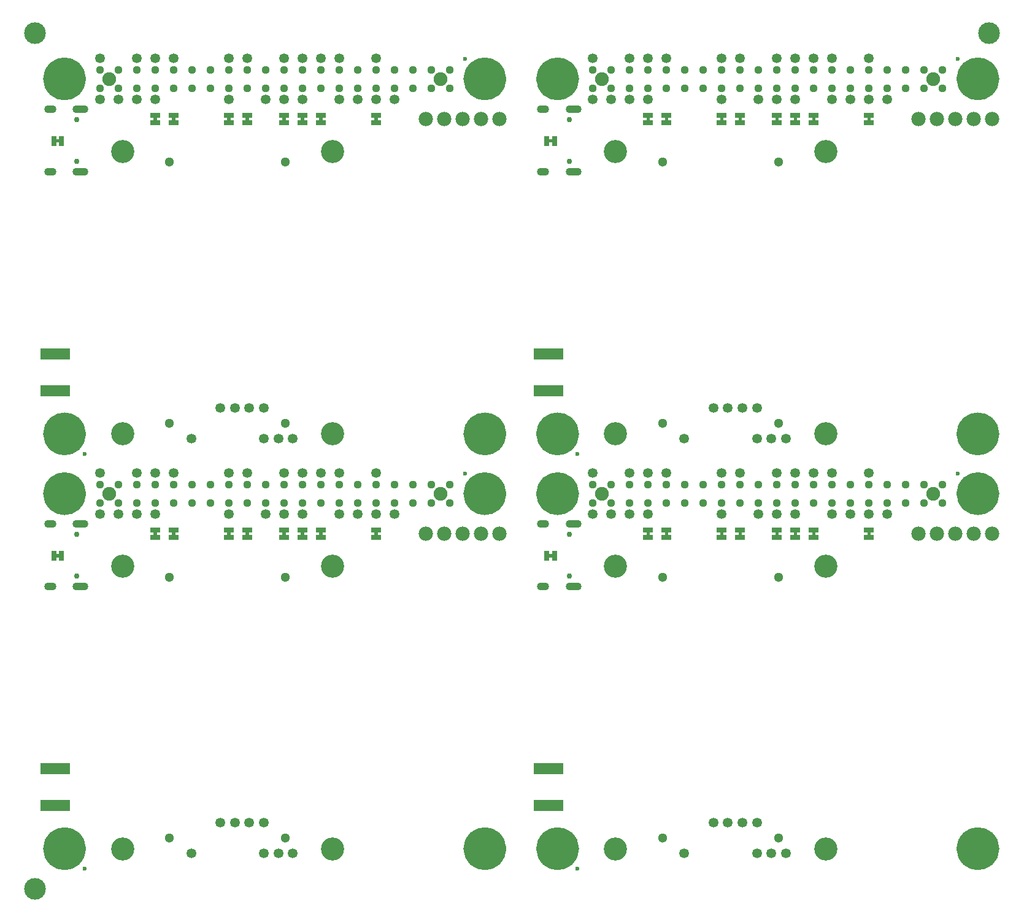
<source format=gbs>
%TF.GenerationSoftware,KiCad,Pcbnew,8.0.7*%
%TF.CreationDate,2025-03-20T16:22:28+00:00*%
%TF.ProjectId,SparkFun_GNSS_Flex_pHAT_panelized,53706172-6b46-4756-9e5f-474e53535f46,v10*%
%TF.SameCoordinates,Original*%
%TF.FileFunction,Soldermask,Bot*%
%TF.FilePolarity,Negative*%
%FSLAX46Y46*%
G04 Gerber Fmt 4.6, Leading zero omitted, Abs format (unit mm)*
G04 Created by KiCad (PCBNEW 8.0.7) date 2025-03-20 16:22:28*
%MOMM*%
%LPD*%
G01*
G04 APERTURE LIST*
G04 Aperture macros list*
%AMRoundRect*
0 Rectangle with rounded corners*
0 $1 Rounding radius*
0 $2 $3 $4 $5 $6 $7 $8 $9 X,Y pos of 4 corners*
0 Add a 4 corners polygon primitive as box body*
4,1,4,$2,$3,$4,$5,$6,$7,$8,$9,$2,$3,0*
0 Add four circle primitives for the rounded corners*
1,1,$1+$1,$2,$3*
1,1,$1+$1,$4,$5*
1,1,$1+$1,$6,$7*
1,1,$1+$1,$8,$9*
0 Add four rect primitives between the rounded corners*
20,1,$1+$1,$2,$3,$4,$5,0*
20,1,$1+$1,$4,$5,$6,$7,0*
20,1,$1+$1,$6,$7,$8,$9,0*
20,1,$1+$1,$8,$9,$2,$3,0*%
G04 Aperture macros list end*
%ADD10C,2.950000*%
%ADD11C,0.000000*%
%ADD12C,1.300000*%
%ADD13C,2.850000*%
%ADD14C,3.200000*%
%ADD15RoundRect,0.050000X2.000000X-0.750000X2.000000X0.750000X-2.000000X0.750000X-2.000000X-0.750000X0*%
%ADD16C,1.979600*%
%ADD17C,1.120000*%
%ADD18C,1.900000*%
%ADD19C,0.750000*%
%ADD20O,1.700000X1.100000*%
%ADD21O,2.200000X1.100000*%
%ADD22RoundRect,0.675000X0.000010X0.000010X-0.000010X0.000010X-0.000010X-0.000010X0.000010X-0.000010X0*%
%ADD23C,0.600000*%
%ADD24RoundRect,0.050000X0.635000X-0.330200X0.635000X0.330200X-0.635000X0.330200X-0.635000X-0.330200X0*%
%ADD25C,3.000000*%
%ADD26RoundRect,0.050000X-0.635000X0.330200X-0.635000X-0.330200X0.635000X-0.330200X0.635000X0.330200X0*%
%ADD27RoundRect,0.050000X0.330200X0.635000X-0.330200X0.635000X-0.330200X-0.635000X0.330200X-0.635000X0*%
G04 APERTURE END LIST*
%TO.C,ST6*%
D10*
X4975000Y3500000D02*
G75*
G02*
X2025000Y3500000I-1475000J0D01*
G01*
X2025000Y3500000D02*
G75*
G02*
X4975000Y3500000I1475000J0D01*
G01*
X73015000Y60750000D02*
G75*
G02*
X70065000Y60750000I-1475000J0D01*
G01*
X70065000Y60750000D02*
G75*
G02*
X73015000Y60750000I1475000J0D01*
G01*
X4975000Y60750000D02*
G75*
G02*
X2025000Y60750000I-1475000J0D01*
G01*
X2025000Y60750000D02*
G75*
G02*
X4975000Y60750000I1475000J0D01*
G01*
X73015000Y3500000D02*
G75*
G02*
X70065000Y3500000I-1475000J0D01*
G01*
X70065000Y3500000D02*
G75*
G02*
X73015000Y3500000I1475000J0D01*
G01*
%TO.C,ST5*%
X4975000Y52500000D02*
G75*
G02*
X2025000Y52500000I-1475000J0D01*
G01*
X2025000Y52500000D02*
G75*
G02*
X4975000Y52500000I1475000J0D01*
G01*
X4975000Y109750000D02*
G75*
G02*
X2025000Y109750000I-1475000J0D01*
G01*
X2025000Y109750000D02*
G75*
G02*
X4975000Y109750000I1475000J0D01*
G01*
X73015000Y52500000D02*
G75*
G02*
X70065000Y52500000I-1475000J0D01*
G01*
X70065000Y52500000D02*
G75*
G02*
X73015000Y52500000I1475000J0D01*
G01*
X73015000Y109750000D02*
G75*
G02*
X70065000Y109750000I-1475000J0D01*
G01*
X70065000Y109750000D02*
G75*
G02*
X73015000Y109750000I1475000J0D01*
G01*
%TO.C,ST7*%
X62975000Y3500000D02*
G75*
G02*
X60025000Y3500000I-1475000J0D01*
G01*
X60025000Y3500000D02*
G75*
G02*
X62975000Y3500000I1475000J0D01*
G01*
X62975000Y60750000D02*
G75*
G02*
X60025000Y60750000I-1475000J0D01*
G01*
X60025000Y60750000D02*
G75*
G02*
X62975000Y60750000I1475000J0D01*
G01*
X131015000Y3500000D02*
G75*
G02*
X128065000Y3500000I-1475000J0D01*
G01*
X128065000Y3500000D02*
G75*
G02*
X131015000Y3500000I1475000J0D01*
G01*
X131015000Y60750000D02*
G75*
G02*
X128065000Y60750000I-1475000J0D01*
G01*
X128065000Y60750000D02*
G75*
G02*
X131015000Y60750000I1475000J0D01*
G01*
%TO.C,ST8*%
X62975000Y52500000D02*
G75*
G02*
X60025000Y52500000I-1475000J0D01*
G01*
X60025000Y52500000D02*
G75*
G02*
X62975000Y52500000I1475000J0D01*
G01*
X131015000Y109750000D02*
G75*
G02*
X128065000Y109750000I-1475000J0D01*
G01*
X128065000Y109750000D02*
G75*
G02*
X131015000Y109750000I1475000J0D01*
G01*
X62975000Y109750000D02*
G75*
G02*
X60025000Y109750000I-1475000J0D01*
G01*
X60025000Y109750000D02*
G75*
G02*
X62975000Y109750000I1475000J0D01*
G01*
X131015000Y52500000D02*
G75*
G02*
X128065000Y52500000I-1475000J0D01*
G01*
X128065000Y52500000D02*
G75*
G02*
X131015000Y52500000I1475000J0D01*
G01*
D11*
%TO.C,JP23*%
G36*
X26402500Y46736000D02*
G01*
X25921500Y46736000D01*
X25921500Y47244000D01*
X26402500Y47244000D01*
X26402500Y46736000D01*
G37*
G36*
X94442500Y46736000D02*
G01*
X93961500Y46736000D01*
X93961500Y47244000D01*
X94442500Y47244000D01*
X94442500Y46736000D01*
G37*
G36*
X26402500Y103986000D02*
G01*
X25921500Y103986000D01*
X25921500Y104494000D01*
X26402500Y104494000D01*
X26402500Y103986000D01*
G37*
G36*
X94442500Y103986000D02*
G01*
X93961500Y103986000D01*
X93961500Y104494000D01*
X94442500Y104494000D01*
X94442500Y103986000D01*
G37*
%TO.C,JP7*%
G36*
X39102500Y46736000D02*
G01*
X38621500Y46736000D01*
X38621500Y47244000D01*
X39102500Y47244000D01*
X39102500Y46736000D01*
G37*
G36*
X107142500Y46736000D02*
G01*
X106661500Y46736000D01*
X106661500Y47244000D01*
X107142500Y47244000D01*
X107142500Y46736000D01*
G37*
G36*
X39102500Y103986000D02*
G01*
X38621500Y103986000D01*
X38621500Y104494000D01*
X39102500Y104494000D01*
X39102500Y103986000D01*
G37*
G36*
X107142500Y103986000D02*
G01*
X106661500Y103986000D01*
X106661500Y104494000D01*
X107142500Y104494000D01*
X107142500Y103986000D01*
G37*
%TO.C,JP12*%
G36*
X46722500Y46736000D02*
G01*
X46241500Y46736000D01*
X46241500Y47244000D01*
X46722500Y47244000D01*
X46722500Y46736000D01*
G37*
G36*
X46722500Y103986000D02*
G01*
X46241500Y103986000D01*
X46241500Y104494000D01*
X46722500Y104494000D01*
X46722500Y103986000D01*
G37*
G36*
X114762500Y46736000D02*
G01*
X114281500Y46736000D01*
X114281500Y47244000D01*
X114762500Y47244000D01*
X114762500Y46736000D01*
G37*
G36*
X114762500Y103986000D02*
G01*
X114281500Y103986000D01*
X114281500Y104494000D01*
X114762500Y104494000D01*
X114762500Y103986000D01*
G37*
%TO.C,JP15*%
G36*
X86822500Y103986000D02*
G01*
X86341500Y103986000D01*
X86341500Y104494000D01*
X86822500Y104494000D01*
X86822500Y103986000D01*
G37*
G36*
X18782500Y103986000D02*
G01*
X18301500Y103986000D01*
X18301500Y104494000D01*
X18782500Y104494000D01*
X18782500Y103986000D01*
G37*
G36*
X86822500Y46736000D02*
G01*
X86341500Y46736000D01*
X86341500Y47244000D01*
X86822500Y47244000D01*
X86822500Y46736000D01*
G37*
G36*
X18782500Y46736000D02*
G01*
X18301500Y46736000D01*
X18301500Y47244000D01*
X18782500Y47244000D01*
X18782500Y46736000D01*
G37*
%TO.C,JP3*%
G36*
X2794000Y100951500D02*
G01*
X2286000Y100951500D01*
X2286000Y101432500D01*
X2794000Y101432500D01*
X2794000Y100951500D01*
G37*
G36*
X70834000Y100951500D02*
G01*
X70326000Y100951500D01*
X70326000Y101432500D01*
X70834000Y101432500D01*
X70834000Y100951500D01*
G37*
G36*
X70834000Y43701500D02*
G01*
X70326000Y43701500D01*
X70326000Y44182500D01*
X70834000Y44182500D01*
X70834000Y43701500D01*
G37*
G36*
X2794000Y43701500D02*
G01*
X2286000Y43701500D01*
X2286000Y44182500D01*
X2794000Y44182500D01*
X2794000Y43701500D01*
G37*
%TO.C,JP8*%
G36*
X36562500Y103986000D02*
G01*
X36081500Y103986000D01*
X36081500Y104494000D01*
X36562500Y104494000D01*
X36562500Y103986000D01*
G37*
G36*
X104602500Y46736000D02*
G01*
X104121500Y46736000D01*
X104121500Y47244000D01*
X104602500Y47244000D01*
X104602500Y46736000D01*
G37*
G36*
X104602500Y103986000D02*
G01*
X104121500Y103986000D01*
X104121500Y104494000D01*
X104602500Y104494000D01*
X104602500Y103986000D01*
G37*
G36*
X36562500Y46736000D02*
G01*
X36081500Y46736000D01*
X36081500Y47244000D01*
X36562500Y47244000D01*
X36562500Y46736000D01*
G37*
%TO.C,JP24*%
G36*
X28942500Y103986000D02*
G01*
X28461500Y103986000D01*
X28461500Y104494000D01*
X28942500Y104494000D01*
X28942500Y103986000D01*
G37*
G36*
X96982500Y46736000D02*
G01*
X96501500Y46736000D01*
X96501500Y47244000D01*
X96982500Y47244000D01*
X96982500Y46736000D01*
G37*
G36*
X96982500Y103986000D02*
G01*
X96501500Y103986000D01*
X96501500Y104494000D01*
X96982500Y104494000D01*
X96982500Y103986000D01*
G37*
G36*
X28942500Y46736000D02*
G01*
X28461500Y46736000D01*
X28461500Y47244000D01*
X28942500Y47244000D01*
X28942500Y46736000D01*
G37*
%TO.C,JP14*%
G36*
X84282500Y46736000D02*
G01*
X83801500Y46736000D01*
X83801500Y47244000D01*
X84282500Y47244000D01*
X84282500Y46736000D01*
G37*
G36*
X16242500Y103986000D02*
G01*
X15761500Y103986000D01*
X15761500Y104494000D01*
X16242500Y104494000D01*
X16242500Y103986000D01*
G37*
G36*
X84282500Y103986000D02*
G01*
X83801500Y103986000D01*
X83801500Y104494000D01*
X84282500Y104494000D01*
X84282500Y103986000D01*
G37*
G36*
X16242500Y46736000D02*
G01*
X15761500Y46736000D01*
X15761500Y47244000D01*
X16242500Y47244000D01*
X16242500Y46736000D01*
G37*
%TO.C,JP25*%
G36*
X102062500Y46736000D02*
G01*
X101581500Y46736000D01*
X101581500Y47244000D01*
X102062500Y47244000D01*
X102062500Y46736000D01*
G37*
G36*
X34022500Y103986000D02*
G01*
X33541500Y103986000D01*
X33541500Y104494000D01*
X34022500Y104494000D01*
X34022500Y103986000D01*
G37*
G36*
X102062500Y103986000D02*
G01*
X101581500Y103986000D01*
X101581500Y104494000D01*
X102062500Y104494000D01*
X102062500Y103986000D01*
G37*
G36*
X34022500Y46736000D02*
G01*
X33541500Y46736000D01*
X33541500Y47244000D01*
X34022500Y47244000D01*
X34022500Y46736000D01*
G37*
%TD*%
D12*
%TO.C,J4*%
X86040000Y41000000D03*
X102040000Y41000000D03*
%TD*%
%TO.C,J4*%
X18000000Y98250000D03*
X34000000Y98250000D03*
%TD*%
%TO.C,J4*%
X86040000Y98250000D03*
X102040000Y98250000D03*
%TD*%
%TO.C,J4*%
X18000000Y41000000D03*
X34000000Y41000000D03*
%TD*%
%TO.C,J2*%
X18000000Y5000000D03*
X34000000Y5000000D03*
%TD*%
%TO.C,J2*%
X86040000Y62250000D03*
X102040000Y62250000D03*
%TD*%
%TO.C,J2*%
X18000000Y62250000D03*
X34000000Y62250000D03*
%TD*%
%TO.C,J2*%
X86040000Y5000000D03*
X102040000Y5000000D03*
%TD*%
D13*
%TO.C,ST6*%
X3500000Y3500000D03*
%TD*%
%TO.C,ST6*%
X71540000Y60750000D03*
%TD*%
%TO.C,ST6*%
X3500000Y60750000D03*
%TD*%
%TO.C,ST6*%
X71540000Y3500000D03*
%TD*%
D14*
%TO.C,ST2*%
X40500000Y42500000D03*
%TD*%
%TO.C,ST2*%
X40500000Y99750000D03*
%TD*%
%TO.C,ST2*%
X108540000Y42500000D03*
%TD*%
%TO.C,ST2*%
X108540000Y99750000D03*
%TD*%
D15*
%TO.C,J7*%
X2254000Y9460000D03*
X2254000Y14540000D03*
%TD*%
%TO.C,J7*%
X2254000Y66710000D03*
X2254000Y71790000D03*
%TD*%
%TO.C,J7*%
X70294000Y9460000D03*
X70294000Y14540000D03*
%TD*%
%TO.C,J7*%
X70294000Y66710000D03*
X70294000Y71790000D03*
%TD*%
D16*
%TO.C,J9*%
X63500000Y46990000D03*
X60960000Y46990000D03*
X58420000Y46990000D03*
X55880000Y46990000D03*
X53340000Y46990000D03*
%TD*%
%TO.C,J9*%
X63500000Y104240000D03*
X60960000Y104240000D03*
X58420000Y104240000D03*
X55880000Y104240000D03*
X53340000Y104240000D03*
%TD*%
%TO.C,J9*%
X131540000Y104240000D03*
X129000000Y104240000D03*
X126460000Y104240000D03*
X123920000Y104240000D03*
X121380000Y104240000D03*
%TD*%
%TO.C,J9*%
X131540000Y46990000D03*
X129000000Y46990000D03*
X126460000Y46990000D03*
X123920000Y46990000D03*
X121380000Y46990000D03*
%TD*%
D13*
%TO.C,ST5*%
X3500000Y52500000D03*
%TD*%
%TO.C,ST5*%
X3500000Y109750000D03*
%TD*%
%TO.C,ST5*%
X71540000Y52500000D03*
%TD*%
%TO.C,ST5*%
X71540000Y109750000D03*
%TD*%
D17*
%TO.C,J1*%
X8370000Y51230000D03*
X10910000Y51230000D03*
X13450000Y51230000D03*
X15990000Y51230000D03*
X18530000Y51230000D03*
X21070000Y51230000D03*
X23610000Y51230000D03*
X26150000Y51230000D03*
X28690000Y51230000D03*
X31230000Y51230000D03*
X33770000Y51230000D03*
X36310000Y51230000D03*
X38850000Y51230000D03*
X41390000Y51230000D03*
X43930000Y51230000D03*
X46470000Y51230000D03*
X49010000Y51230000D03*
X51550000Y51230000D03*
X54090000Y51230000D03*
X56630000Y51230000D03*
D18*
X9640000Y52500000D03*
X55360000Y52500000D03*
D17*
X8370000Y53770000D03*
X10910000Y53770000D03*
X13450000Y53770000D03*
X15990000Y53770000D03*
X18530000Y53770000D03*
X21070000Y53770000D03*
X23610000Y53770000D03*
X26150000Y53770000D03*
X28690000Y53770000D03*
X31230000Y53770000D03*
X33770000Y53770000D03*
X36310000Y53770000D03*
X38850000Y53770000D03*
X41390000Y53770000D03*
X43930000Y53770000D03*
X46470000Y53770000D03*
X49010000Y53770000D03*
X51550000Y53770000D03*
X54090000Y53770000D03*
X56630000Y53770000D03*
%TD*%
%TO.C,J1*%
X76410000Y51230000D03*
X78950000Y51230000D03*
X81490000Y51230000D03*
X84030000Y51230000D03*
X86570000Y51230000D03*
X89110000Y51230000D03*
X91650000Y51230000D03*
X94190000Y51230000D03*
X96730000Y51230000D03*
X99270000Y51230000D03*
X101810000Y51230000D03*
X104350000Y51230000D03*
X106890000Y51230000D03*
X109430000Y51230000D03*
X111970000Y51230000D03*
X114510000Y51230000D03*
X117050000Y51230000D03*
X119590000Y51230000D03*
X122130000Y51230000D03*
X124670000Y51230000D03*
D18*
X77680000Y52500000D03*
X123400000Y52500000D03*
D17*
X76410000Y53770000D03*
X78950000Y53770000D03*
X81490000Y53770000D03*
X84030000Y53770000D03*
X86570000Y53770000D03*
X89110000Y53770000D03*
X91650000Y53770000D03*
X94190000Y53770000D03*
X96730000Y53770000D03*
X99270000Y53770000D03*
X101810000Y53770000D03*
X104350000Y53770000D03*
X106890000Y53770000D03*
X109430000Y53770000D03*
X111970000Y53770000D03*
X114510000Y53770000D03*
X117050000Y53770000D03*
X119590000Y53770000D03*
X122130000Y53770000D03*
X124670000Y53770000D03*
%TD*%
%TO.C,J1*%
X8370000Y108480000D03*
X10910000Y108480000D03*
X13450000Y108480000D03*
X15990000Y108480000D03*
X18530000Y108480000D03*
X21070000Y108480000D03*
X23610000Y108480000D03*
X26150000Y108480000D03*
X28690000Y108480000D03*
X31230000Y108480000D03*
X33770000Y108480000D03*
X36310000Y108480000D03*
X38850000Y108480000D03*
X41390000Y108480000D03*
X43930000Y108480000D03*
X46470000Y108480000D03*
X49010000Y108480000D03*
X51550000Y108480000D03*
X54090000Y108480000D03*
X56630000Y108480000D03*
D18*
X9640000Y109750000D03*
X55360000Y109750000D03*
D17*
X8370000Y111020000D03*
X10910000Y111020000D03*
X13450000Y111020000D03*
X15990000Y111020000D03*
X18530000Y111020000D03*
X21070000Y111020000D03*
X23610000Y111020000D03*
X26150000Y111020000D03*
X28690000Y111020000D03*
X31230000Y111020000D03*
X33770000Y111020000D03*
X36310000Y111020000D03*
X38850000Y111020000D03*
X41390000Y111020000D03*
X43930000Y111020000D03*
X46470000Y111020000D03*
X49010000Y111020000D03*
X51550000Y111020000D03*
X54090000Y111020000D03*
X56630000Y111020000D03*
%TD*%
%TO.C,J1*%
X76410000Y108480000D03*
X78950000Y108480000D03*
X81490000Y108480000D03*
X84030000Y108480000D03*
X86570000Y108480000D03*
X89110000Y108480000D03*
X91650000Y108480000D03*
X94190000Y108480000D03*
X96730000Y108480000D03*
X99270000Y108480000D03*
X101810000Y108480000D03*
X104350000Y108480000D03*
X106890000Y108480000D03*
X109430000Y108480000D03*
X111970000Y108480000D03*
X114510000Y108480000D03*
X117050000Y108480000D03*
X119590000Y108480000D03*
X122130000Y108480000D03*
X124670000Y108480000D03*
D18*
X77680000Y109750000D03*
X123400000Y109750000D03*
D17*
X76410000Y111020000D03*
X78950000Y111020000D03*
X81490000Y111020000D03*
X84030000Y111020000D03*
X86570000Y111020000D03*
X89110000Y111020000D03*
X91650000Y111020000D03*
X94190000Y111020000D03*
X96730000Y111020000D03*
X99270000Y111020000D03*
X101810000Y111020000D03*
X104350000Y111020000D03*
X106890000Y111020000D03*
X109430000Y111020000D03*
X111970000Y111020000D03*
X114510000Y111020000D03*
X117050000Y111020000D03*
X119590000Y111020000D03*
X122130000Y111020000D03*
X124670000Y111020000D03*
%TD*%
D13*
%TO.C,ST7*%
X61500000Y3500000D03*
%TD*%
%TO.C,ST7*%
X61500000Y60750000D03*
%TD*%
%TO.C,ST7*%
X129540000Y3500000D03*
%TD*%
%TO.C,ST7*%
X129540000Y60750000D03*
%TD*%
D14*
%TO.C,ST4*%
X11500000Y3500000D03*
%TD*%
%TO.C,ST4*%
X79540000Y3500000D03*
%TD*%
%TO.C,ST4*%
X11500000Y60750000D03*
%TD*%
%TO.C,ST4*%
X79540000Y60750000D03*
%TD*%
%TO.C,ST3*%
X40500000Y3500000D03*
%TD*%
%TO.C,ST3*%
X108540000Y3500000D03*
%TD*%
%TO.C,ST3*%
X40500000Y60750000D03*
%TD*%
%TO.C,ST3*%
X108540000Y60750000D03*
%TD*%
D19*
%TO.C,J6*%
X5155000Y46890000D03*
X5155000Y41110000D03*
D20*
X1505000Y48318000D03*
D21*
X5685000Y48318000D03*
X5685000Y39682000D03*
D20*
X1505000Y39682000D03*
%TD*%
D19*
%TO.C,J6*%
X5155000Y104140000D03*
X5155000Y98360000D03*
D20*
X1505000Y105568000D03*
D21*
X5685000Y105568000D03*
X5685000Y96932000D03*
D20*
X1505000Y96932000D03*
%TD*%
D19*
%TO.C,J6*%
X73195000Y104140000D03*
X73195000Y98360000D03*
D20*
X69545000Y105568000D03*
D21*
X73725000Y105568000D03*
X73725000Y96932000D03*
D20*
X69545000Y96932000D03*
%TD*%
D19*
%TO.C,J6*%
X73195000Y46890000D03*
X73195000Y41110000D03*
D20*
X69545000Y48318000D03*
D21*
X73725000Y48318000D03*
X73725000Y39682000D03*
D20*
X69545000Y39682000D03*
%TD*%
D13*
%TO.C,ST8*%
X61500000Y52500000D03*
%TD*%
%TO.C,ST8*%
X129540000Y109750000D03*
%TD*%
%TO.C,ST8*%
X61500000Y109750000D03*
%TD*%
%TO.C,ST8*%
X129540000Y52500000D03*
%TD*%
D14*
%TO.C,ST1*%
X11500000Y42500000D03*
%TD*%
%TO.C,ST1*%
X79540000Y42500000D03*
%TD*%
%TO.C,ST1*%
X11500000Y99750000D03*
%TD*%
%TO.C,ST1*%
X79540000Y99750000D03*
%TD*%
D22*
%TO.C,TP24*%
X31000000Y2875000D03*
%TD*%
%TO.C,TP24*%
X99040000Y2875000D03*
%TD*%
%TO.C,TP24*%
X99040000Y60125000D03*
%TD*%
%TO.C,TP24*%
X31000000Y60125000D03*
%TD*%
%TO.C,TP25*%
X33000000Y2875000D03*
%TD*%
%TO.C,TP25*%
X33000000Y60125000D03*
%TD*%
%TO.C,TP25*%
X101040000Y2875000D03*
%TD*%
%TO.C,TP25*%
X101040000Y60125000D03*
%TD*%
D23*
%TO.C,FID3*%
X58750000Y55250000D03*
%TD*%
%TO.C,FID3*%
X58750000Y112500000D03*
%TD*%
%TO.C,FID3*%
X126790000Y112500000D03*
%TD*%
%TO.C,FID3*%
X126790000Y55250000D03*
%TD*%
D22*
%TO.C,TP14*%
X49022000Y49657000D03*
%TD*%
%TO.C,TP14*%
X117062000Y106907000D03*
%TD*%
%TO.C,TP14*%
X49022000Y106907000D03*
%TD*%
%TO.C,TP14*%
X117062000Y49657000D03*
%TD*%
%TO.C,TP31*%
X13462000Y55372000D03*
%TD*%
%TO.C,TP31*%
X13462000Y112622000D03*
%TD*%
%TO.C,TP31*%
X81502000Y112622000D03*
%TD*%
%TO.C,TP31*%
X81502000Y55372000D03*
%TD*%
%TO.C,TP26*%
X35000000Y2875000D03*
%TD*%
%TO.C,TP26*%
X35000000Y60125000D03*
%TD*%
%TO.C,TP26*%
X103040000Y2875000D03*
%TD*%
%TO.C,TP26*%
X103040000Y60125000D03*
%TD*%
%TO.C,TP9*%
X36322000Y55372000D03*
%TD*%
%TO.C,TP9*%
X36322000Y112622000D03*
%TD*%
%TO.C,TP9*%
X104362000Y55372000D03*
%TD*%
%TO.C,TP9*%
X104362000Y112622000D03*
%TD*%
%TO.C,TP12*%
X36322000Y49657000D03*
%TD*%
%TO.C,TP12*%
X36322000Y106907000D03*
%TD*%
%TO.C,TP12*%
X104362000Y49657000D03*
%TD*%
%TO.C,TP12*%
X104362000Y106907000D03*
%TD*%
%TO.C,TP30*%
X25000000Y7125000D03*
%TD*%
%TO.C,TP30*%
X93040000Y64375000D03*
%TD*%
%TO.C,TP30*%
X93040000Y7125000D03*
%TD*%
%TO.C,TP30*%
X25000000Y64375000D03*
%TD*%
D24*
%TO.C,JP23*%
X26162000Y46469300D03*
X26162000Y47510700D03*
%TD*%
%TO.C,JP23*%
X94202000Y46469300D03*
X94202000Y47510700D03*
%TD*%
%TO.C,JP23*%
X26162000Y103719300D03*
X26162000Y104760700D03*
%TD*%
%TO.C,JP23*%
X94202000Y103719300D03*
X94202000Y104760700D03*
%TD*%
D22*
%TO.C,TP10*%
X33782000Y49657000D03*
%TD*%
%TO.C,TP10*%
X33782000Y106907000D03*
%TD*%
%TO.C,TP10*%
X101822000Y106907000D03*
%TD*%
%TO.C,TP10*%
X101822000Y49657000D03*
%TD*%
%TO.C,TP8*%
X38862000Y55372000D03*
%TD*%
%TO.C,TP8*%
X38862000Y112622000D03*
%TD*%
%TO.C,TP8*%
X106902000Y112622000D03*
%TD*%
%TO.C,TP8*%
X106902000Y55372000D03*
%TD*%
D23*
%TO.C,FID2*%
X6250000Y750000D03*
%TD*%
%TO.C,FID2*%
X6250000Y58000000D03*
%TD*%
%TO.C,FID2*%
X74290000Y58000000D03*
%TD*%
%TO.C,FID2*%
X74290000Y750000D03*
%TD*%
D25*
%TO.C,*%
X131040000Y116087500D03*
%TD*%
D26*
%TO.C,JP7*%
X38862000Y47510700D03*
X38862000Y46469300D03*
%TD*%
%TO.C,JP7*%
X106902000Y47510700D03*
X106902000Y46469300D03*
%TD*%
%TO.C,JP7*%
X38862000Y104760700D03*
X38862000Y103719300D03*
%TD*%
%TO.C,JP7*%
X106902000Y104760700D03*
X106902000Y103719300D03*
%TD*%
D22*
%TO.C,TP2*%
X41402000Y55372000D03*
%TD*%
%TO.C,TP2*%
X41402000Y112622000D03*
%TD*%
%TO.C,TP2*%
X109442000Y55372000D03*
%TD*%
%TO.C,TP2*%
X109442000Y112622000D03*
%TD*%
D26*
%TO.C,JP12*%
X46482000Y47510700D03*
X46482000Y46469300D03*
%TD*%
%TO.C,JP12*%
X46482000Y104760700D03*
X46482000Y103719300D03*
%TD*%
%TO.C,JP12*%
X114522000Y47510700D03*
X114522000Y46469300D03*
%TD*%
%TO.C,JP12*%
X114522000Y104760700D03*
X114522000Y103719300D03*
%TD*%
D22*
%TO.C,TP1*%
X41402000Y49657000D03*
%TD*%
%TO.C,TP1*%
X41402000Y106907000D03*
%TD*%
%TO.C,TP1*%
X109442000Y49657000D03*
%TD*%
%TO.C,TP1*%
X109442000Y106907000D03*
%TD*%
%TO.C,TP18*%
X26162000Y55372000D03*
%TD*%
%TO.C,TP18*%
X26162000Y112622000D03*
%TD*%
%TO.C,TP18*%
X94202000Y55372000D03*
%TD*%
%TO.C,TP18*%
X94202000Y112622000D03*
%TD*%
%TO.C,TP29*%
X95040000Y7125000D03*
%TD*%
%TO.C,TP29*%
X27000000Y64375000D03*
%TD*%
%TO.C,TP29*%
X95040000Y64375000D03*
%TD*%
%TO.C,TP29*%
X27000000Y7125000D03*
%TD*%
%TO.C,TP15*%
X84042000Y55372000D03*
%TD*%
%TO.C,TP15*%
X16002000Y112622000D03*
%TD*%
%TO.C,TP15*%
X84042000Y112622000D03*
%TD*%
%TO.C,TP15*%
X16002000Y55372000D03*
%TD*%
%TO.C,TP20*%
X101822000Y112622000D03*
%TD*%
%TO.C,TP20*%
X33782000Y112622000D03*
%TD*%
%TO.C,TP20*%
X101822000Y55372000D03*
%TD*%
%TO.C,TP20*%
X33782000Y55372000D03*
%TD*%
%TO.C,TP5*%
X84042000Y106907000D03*
%TD*%
%TO.C,TP5*%
X16002000Y106907000D03*
%TD*%
%TO.C,TP5*%
X84042000Y49657000D03*
%TD*%
%TO.C,TP5*%
X16002000Y49657000D03*
%TD*%
D24*
%TO.C,JP15*%
X86582000Y103719300D03*
X86582000Y104760700D03*
%TD*%
%TO.C,JP15*%
X18542000Y103719300D03*
X18542000Y104760700D03*
%TD*%
%TO.C,JP15*%
X86582000Y46469300D03*
X86582000Y47510700D03*
%TD*%
%TO.C,JP15*%
X18542000Y46469300D03*
X18542000Y47510700D03*
%TD*%
D27*
%TO.C,JP3*%
X3060700Y101192000D03*
X2019300Y101192000D03*
%TD*%
%TO.C,JP3*%
X71100700Y101192000D03*
X70059300Y101192000D03*
%TD*%
%TO.C,JP3*%
X71100700Y43942000D03*
X70059300Y43942000D03*
%TD*%
%TO.C,JP3*%
X3060700Y43942000D03*
X2019300Y43942000D03*
%TD*%
D22*
%TO.C,TP28*%
X97040000Y7125000D03*
%TD*%
%TO.C,TP28*%
X97040000Y64375000D03*
%TD*%
%TO.C,TP28*%
X29000000Y64375000D03*
%TD*%
%TO.C,TP28*%
X29000000Y7125000D03*
%TD*%
%TO.C,TP23*%
X8382000Y106907000D03*
%TD*%
%TO.C,TP23*%
X76422000Y49657000D03*
%TD*%
%TO.C,TP23*%
X76422000Y106907000D03*
%TD*%
%TO.C,TP23*%
X8382000Y49657000D03*
%TD*%
%TO.C,TP22*%
X8382000Y112622000D03*
%TD*%
%TO.C,TP22*%
X76422000Y55372000D03*
%TD*%
%TO.C,TP22*%
X76422000Y112622000D03*
%TD*%
%TO.C,TP22*%
X8382000Y55372000D03*
%TD*%
D26*
%TO.C,JP8*%
X36322000Y104760700D03*
X36322000Y103719300D03*
%TD*%
%TO.C,JP8*%
X104362000Y47510700D03*
X104362000Y46469300D03*
%TD*%
%TO.C,JP8*%
X104362000Y104760700D03*
X104362000Y103719300D03*
%TD*%
%TO.C,JP8*%
X36322000Y47510700D03*
X36322000Y46469300D03*
%TD*%
D22*
%TO.C,TP19*%
X28702000Y112622000D03*
%TD*%
%TO.C,TP19*%
X96742000Y55372000D03*
%TD*%
%TO.C,TP19*%
X96742000Y112622000D03*
%TD*%
%TO.C,TP19*%
X28702000Y55372000D03*
%TD*%
%TO.C,TP6*%
X111982000Y49657000D03*
%TD*%
%TO.C,TP6*%
X43942000Y106907000D03*
%TD*%
%TO.C,TP6*%
X111982000Y106907000D03*
%TD*%
%TO.C,TP6*%
X43942000Y49657000D03*
%TD*%
%TO.C,TP27*%
X99040000Y7125000D03*
%TD*%
%TO.C,TP27*%
X31000000Y64375000D03*
%TD*%
%TO.C,TP27*%
X99040000Y64375000D03*
%TD*%
%TO.C,TP27*%
X31000000Y7125000D03*
%TD*%
D25*
%TO.C,*%
X-540000Y-2087500D03*
%TD*%
D24*
%TO.C,JP24*%
X28702000Y103719300D03*
X28702000Y104760700D03*
%TD*%
%TO.C,JP24*%
X96742000Y46469300D03*
X96742000Y47510700D03*
%TD*%
%TO.C,JP24*%
X96742000Y103719300D03*
X96742000Y104760700D03*
%TD*%
%TO.C,JP24*%
X28702000Y46469300D03*
X28702000Y47510700D03*
%TD*%
%TO.C,JP14*%
X84042000Y46469300D03*
X84042000Y47510700D03*
%TD*%
%TO.C,JP14*%
X16002000Y103719300D03*
X16002000Y104760700D03*
%TD*%
%TO.C,JP14*%
X84042000Y103719300D03*
X84042000Y104760700D03*
%TD*%
%TO.C,JP14*%
X16002000Y46469300D03*
X16002000Y47510700D03*
%TD*%
D22*
%TO.C,TP7*%
X46482000Y106907000D03*
%TD*%
%TO.C,TP7*%
X114522000Y49657000D03*
%TD*%
%TO.C,TP7*%
X114522000Y106907000D03*
%TD*%
%TO.C,TP7*%
X46482000Y49657000D03*
%TD*%
%TO.C,TP13*%
X114522000Y112622000D03*
%TD*%
%TO.C,TP13*%
X46482000Y112622000D03*
%TD*%
%TO.C,TP13*%
X114522000Y55372000D03*
%TD*%
%TO.C,TP13*%
X46482000Y55372000D03*
%TD*%
%TO.C,TP21*%
X89040000Y60125000D03*
%TD*%
%TO.C,TP21*%
X89040000Y2875000D03*
%TD*%
%TO.C,TP21*%
X21000000Y60125000D03*
%TD*%
%TO.C,TP21*%
X21000000Y2875000D03*
%TD*%
D25*
%TO.C,*%
X-540000Y116087500D03*
%TD*%
D24*
%TO.C,JP25*%
X101822000Y46469300D03*
X101822000Y47510700D03*
%TD*%
%TO.C,JP25*%
X33782000Y103719300D03*
X33782000Y104760700D03*
%TD*%
%TO.C,JP25*%
X101822000Y103719300D03*
X101822000Y104760700D03*
%TD*%
%TO.C,JP25*%
X33782000Y46469300D03*
X33782000Y47510700D03*
%TD*%
D22*
%TO.C,TP16*%
X18542000Y112622000D03*
%TD*%
%TO.C,TP16*%
X86582000Y55372000D03*
%TD*%
%TO.C,TP16*%
X86582000Y112622000D03*
%TD*%
%TO.C,TP16*%
X18542000Y55372000D03*
%TD*%
%TO.C,TP17*%
X26162000Y106907000D03*
%TD*%
%TO.C,TP17*%
X94202000Y49657000D03*
%TD*%
%TO.C,TP17*%
X94202000Y106907000D03*
%TD*%
%TO.C,TP17*%
X26162000Y49657000D03*
%TD*%
%TO.C,TP4*%
X81502000Y49657000D03*
%TD*%
%TO.C,TP4*%
X13462000Y106907000D03*
%TD*%
%TO.C,TP4*%
X81502000Y106907000D03*
%TD*%
%TO.C,TP4*%
X13462000Y49657000D03*
%TD*%
%TO.C,TP3*%
X10922000Y106907000D03*
%TD*%
%TO.C,TP3*%
X78962000Y49657000D03*
%TD*%
%TO.C,TP3*%
X78962000Y106907000D03*
%TD*%
%TO.C,TP3*%
X10922000Y49657000D03*
%TD*%
%TO.C,TP11*%
X99282000Y49657000D03*
%TD*%
%TO.C,TP11*%
X99282000Y106907000D03*
%TD*%
%TO.C,TP11*%
X31242000Y106907000D03*
%TD*%
%TO.C,TP11*%
X31242000Y49657000D03*
%TD*%
M02*

</source>
